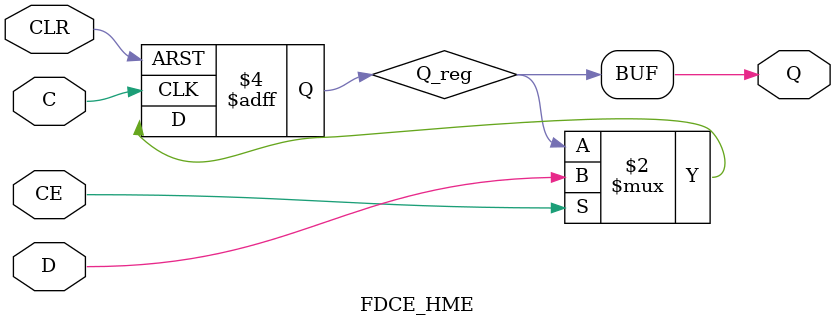
<source format=v>
/*******
FDCE_HME 0821  WUYUXIN DEBUG
*******/
`timescale  1 ps / 1 ps
module FDCE_HME (
  input wire D,      // 数据输入
  input wire C,      // 时钟输入
  input wire CE,     // 时钟使能输入
  input wire CLR,    // 异步清零输入
  output wire Q      // 输出
);

  reg Q_reg;         // 寄存器用于存储输出值

  always @(posedge C or posedge CLR) begin
    if (CLR) begin
      Q_reg <= 1'b0;  // 异步清零
    end else if (CE) begin
      Q_reg <= D;     // 在时钟边沿存储数据
    end
  end

  assign Q = Q_reg;   // 输出

endmodule

</source>
